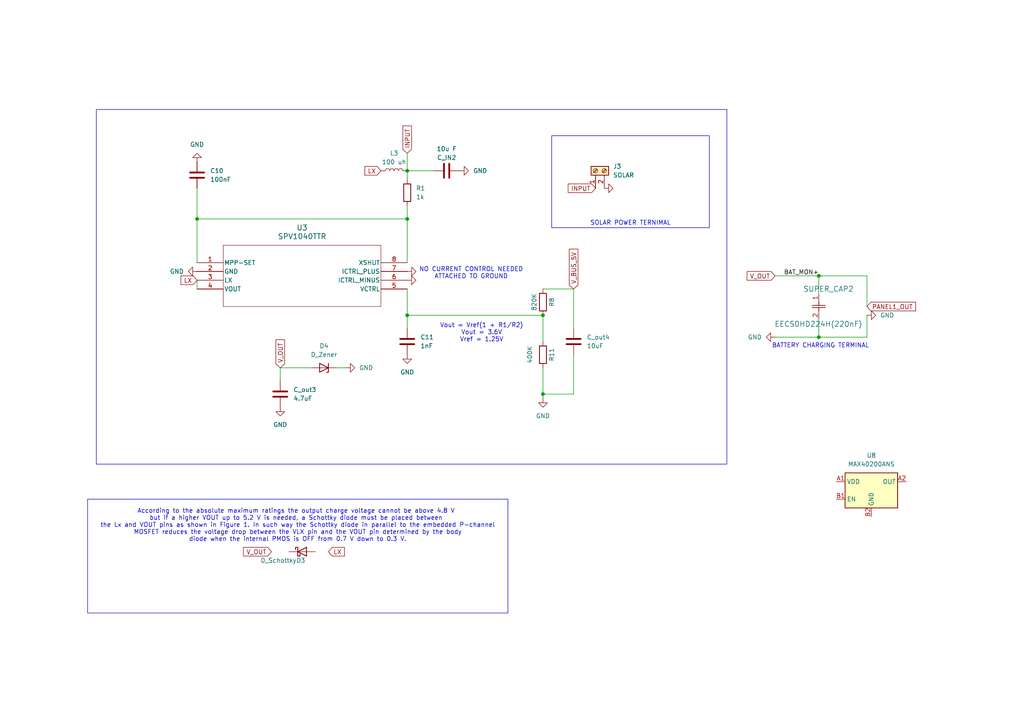
<source format=kicad_sch>
(kicad_sch (version 20231120) (generator "eeschema") (generator_version "8.0")
  (paper "A4")
  (lib_symbols
    (symbol "2024-06-07_14-27-39:SPV1040TTR" (pin_names (offset 0.254))
      (property "Reference" "U" (at 30.48 10.16 0))
      (property "Value" "SPV1040TTR" (at 30.48 7.62 0))
      (symbol "SPV1040TTR_0_1"
        (polyline (pts (xy 7.62 -12.7) (xy 53.34 -12.7)) (stroke (width 0.127)))
        (polyline (pts (xy 7.62 5.08) (xy 7.62 -12.7)) (stroke (width 0.127)))
        (polyline (pts (xy 53.34 -12.7) (xy 53.34 5.08)) (stroke (width 0.127)))
        (polyline (pts (xy 53.34 5.08) (xy 7.62 5.08)) (stroke (width 0.127)))
        (pin unspecified line (at 0 0 0) (length 7.62) (name "MPP-SET") (number "1"))
        (pin power_out line (at 0 -2.54 0) (length 7.62) (name "GND") (number "2"))
        (pin unspecified line (at 0 -5.08 0) (length 7.62) (name "LX") (number "3"))
        (pin output line (at 0 -7.62 0) (length 7.62) (name "VOUT") (number "4"))
        (pin unspecified line (at 60.96 -7.62 180) (length 7.62) (name "VCTRL") (number "5"))
        (pin unspecified line (at 60.96 -5.08 180) (length 7.62) (name "ICTRL_MINUS") (number "6"))
        (pin unspecified line (at 60.96 -2.54 180) (length 7.62) (name "ICTRL_PLUS") (number "7"))
        (pin unspecified line (at 60.96 0 180) (length 7.62) (name "XSHUT") (number "8"))
      )
    )
    (symbol "2024-06-08_06-57-05:super_capacitor" (pin_names (offset 0.254))
      (property "Reference" "SUPER_CAPACITOR" (at -1.27 10.16 90))
      (property "Value" "EECS0HD224H" (at 7.62 7.62 90))
      (symbol "super_capacitor_1_1"
        (polyline (pts (xy 2.54 0) (xy 3.4798 0)) (stroke (width 0.2032)))
        (polyline (pts (xy 3.4798 -1.905) (xy 3.4798 1.905)) (stroke (width 0.2032)))
        (polyline (pts (xy 4.1148 -1.905) (xy 4.1148 1.905)) (stroke (width 0.2032)))
        (polyline (pts (xy 4.1148 0) (xy 5.08 0)) (stroke (width 0.2032)))
        (pin passive line (at 0 0 0) (length 2.54) (name "") (number "1"))
        (pin passive line (at 7.62 0 180) (length 2.54) (name "") (number "2"))
      )
      (symbol "super_capacitor_1_2"
        (polyline (pts (xy -1.905 -4.1148) (xy 1.905 -4.1148)) (stroke (width 0.2032)))
        (polyline (pts (xy -1.905 -3.4798) (xy 1.905 -3.4798)) (stroke (width 0.2032)))
        (polyline (pts (xy 0 -4.1148) (xy 0 -5.08)) (stroke (width 0.2032)))
        (polyline (pts (xy 0 -2.54) (xy 0 -3.4798)) (stroke (width 0.2032)))
        (pin unspecified line (at 0 0 270) (length 2.54) (name "") (number "1"))
        (pin unspecified line (at 0 -7.62 90) (length 2.54) (name "") (number "2"))
      )
    )
    (symbol "Analog_Switch:MAX40200ANS"
      (property "Reference" "U" (at -6.35 6.35 0))
      (property "Value" "MAX40200ANS" (at 7.62 6.35 0))
      (symbol "MAX40200ANS_0_1"
        (rectangle (start -7.62 -5.08) (end 7.62 5.08) (stroke (width 0.254)) (fill (type background)))
      )
      (symbol "MAX40200ANS_1_1"
        (pin power_in line (at -10.16 2.54 0) (length 2.54) (name "VDD") (number "A1"))
        (pin passive line (at 10.16 2.54 180) (length 2.54) (name "OUT") (number "A2"))
        (pin input line (at -10.16 -2.54 0) (length 2.54) (name "EN") (number "B1"))
        (pin power_in line (at 0 -7.62 90) (length 2.54) (name "GND") (number "B2"))
      )
    )
    (symbol "Connector:Screw_Terminal_01x02" (pin_names (offset 1.016) hide)
      (property "Reference" "J" (at 0 2.54 0))
      (property "Value" "Screw_Terminal_01x02" (at 0 -5.08 0))
      (symbol "Screw_Terminal_01x02_1_1"
        (rectangle (start -1.27 1.27) (end 1.27 -3.81) (stroke (width 0.254)) (fill (type background)))
        (circle (center 0 -2.54) (radius 0.635) (stroke (width 0.1524)))
        (polyline (pts (xy -0.5334 -2.2098) (xy 0.3302 -3.048)) (stroke (width 0.1524)))
        (polyline (pts (xy -0.5334 0.3302) (xy 0.3302 -0.508)) (stroke (width 0.1524)))
        (polyline (pts (xy -0.3556 -2.032) (xy 0.508 -2.8702)) (stroke (width 0.1524)))
        (polyline (pts (xy -0.3556 0.508) (xy 0.508 -0.3302)) (stroke (width 0.1524)))
        (circle (center 0 0) (radius 0.635) (stroke (width 0.1524)))
        (pin passive line (at -5.08 0 0) (length 3.81) (name "Pin_1") (number "1"))
        (pin passive line (at -5.08 -2.54 0) (length 3.81) (name "Pin_2") (number "2"))
      )
    )
    (symbol "Device:C" (pin_numbers hide) (pin_names (offset 0.254))
      (property "Reference" "C" (at 0.635 2.54 0))
      (property "Value" "C" (at 0.635 -2.54 0))
      (symbol "C_0_1"
        (polyline (pts (xy -2.032 -0.762) (xy 2.032 -0.762)) (stroke (width 0.508)))
        (polyline (pts (xy -2.032 0.762) (xy 2.032 0.762)) (stroke (width 0.508)))
      )
      (symbol "C_1_1"
        (pin passive line (at 0 3.81 270) (length 2.794) (name "~") (number "1"))
        (pin passive line (at 0 -3.81 90) (length 2.794) (name "~") (number "2"))
      )
    )
    (symbol "Device:D_Schottky" (pin_numbers hide) (pin_names (offset 1.016) hide)
      (property "Reference" "D" (at 0 2.54 0))
      (property "Value" "D_Schottky" (at 0 -2.54 0))
      (symbol "D_Schottky_0_1"
        (polyline (pts (xy 1.27 0) (xy -1.27 0)))
        (polyline (pts (xy 1.27 1.27) (xy 1.27 -1.27) (xy -1.27 0) (xy 1.27 1.27)) (stroke (width 0.254)))
        (polyline (pts (xy -1.905 0.635) (xy -1.905 1.27) (xy -1.27 1.27) (xy -1.27 -1.27) (xy -0.635 -1.27) (xy -0.635 -0.635)) (stroke (width 0.254)))
      )
      (symbol "D_Schottky_1_1"
        (pin passive line (at -3.81 0 0) (length 2.54) (name "K") (number "1"))
        (pin passive line (at 3.81 0 180) (length 2.54) (name "A") (number "2"))
      )
    )
    (symbol "Device:D_Zener" (pin_numbers hide) (pin_names (offset 1.016) hide)
      (property "Reference" "D" (at 0 2.54 0))
      (property "Value" "D_Zener" (at 0 -2.54 0))
      (symbol "D_Zener_0_1"
        (polyline (pts (xy 1.27 0) (xy -1.27 0)))
        (polyline (pts (xy -1.27 -1.27) (xy -1.27 1.27) (xy -0.762 1.27)) (stroke (width 0.254)))
        (polyline (pts (xy 1.27 -1.27) (xy 1.27 1.27) (xy -1.27 0) (xy 1.27 -1.27)) (stroke (width 0.254)))
      )
      (symbol "D_Zener_1_1"
        (pin passive line (at -3.81 0 0) (length 2.54) (name "K") (number "1"))
        (pin passive line (at 3.81 0 180) (length 2.54) (name "A") (number "2"))
      )
    )
    (symbol "Device:L" (pin_numbers hide) (pin_names (offset 1.016) hide)
      (property "Reference" "L" (at -1.27 0 90))
      (property "Value" "L" (at 1.905 0 90))
      (symbol "L_0_1"
        (arc (start 0 -2.54) (mid 0.6323 -1.905) (end 0 -1.27))
        (arc (start 0 -1.27) (mid 0.6323 -0.635) (end 0 0))
        (arc (start 0 0) (mid 0.6323 0.635) (end 0 1.27))
        (arc (start 0 1.27) (mid 0.6323 1.905) (end 0 2.54))
      )
      (symbol "L_1_1"
        (pin passive line (at 0 3.81 270) (length 1.27) (name "1") (number "1"))
        (pin passive line (at 0 -3.81 90) (length 1.27) (name "2") (number "2"))
      )
    )
    (symbol "Device:R" (pin_numbers hide) (pin_names (offset 0))
      (property "Reference" "R" (at 2.032 0 90))
      (property "Value" "R" (at 0 0 90))
      (symbol "R_0_1"
        (rectangle (start -1.016 -2.54) (end 1.016 2.54) (stroke (width 0.254)))
      )
      (symbol "R_1_1"
        (pin passive line (at 0 3.81 270) (length 1.27) (name "~") (number "1"))
        (pin passive line (at 0 -3.81 90) (length 1.27) (name "~") (number "2"))
      )
    )
    (symbol "power:GND" (power) (pin_numbers hide) (pin_names (offset 0) hide)
      (property "Value" "GND" (at 0 -3.81 0))
      (symbol "GND_0_1"
        (polyline (pts (xy 0 0) (xy 0 -1.27) (xy 1.27 -1.27) (xy 0 -2.54) (xy -1.27 -1.27) (xy 0 -1.27)))
      )
      (symbol "GND_1_1"
        (pin power_in line (at 0 0 270) (length 0) (name "~") (number "1"))
      )
    )
  )
  (junction (at 57.15 63.5))
  (junction (at 157.48 114.3))
  (junction (at 118.11 91.44))
  (junction (at 118.11 49.53))
  (junction (at 237.49 97.79))
  (junction (at 157.48 91.44))
  (junction (at 237.49 80.01))
  (junction (at 118.11 63.5))
  (wire (pts (xy 224.79 97.79) (xy 237.49 97.79)))
  (wire (pts (xy 157.48 114.3) (xy 166.37 114.3)))
  (wire (pts (xy 157.48 106.68) (xy 157.48 114.3)))
  (wire (pts (xy 157.48 91.44) (xy 157.48 99.06)))
  (wire (pts (xy 251.46 91.44) (xy 251.46 97.79)))
  (wire (pts (xy 57.15 81.28) (xy 57.15 83.82)))
  (wire (pts (xy 237.49 80.01) (xy 251.46 80.01)))
  (wire (pts (xy 166.37 102.87) (xy 166.37 114.3)))
  (wire (pts (xy 118.11 63.5) (xy 118.11 76.2)))
  (polyline (pts (xy 160.02 39.37) (xy 160.02 66.04)))
  (wire (pts (xy 224.79 80.01) (xy 237.49 80.01)))
  (wire (pts (xy 166.37 83.82) (xy 166.37 95.25)))
  (wire (pts (xy 57.15 63.5) (xy 57.15 76.2)))
  (wire (pts (xy 97.79 106.68) (xy 100.33 106.68)))
  (polyline (pts (xy 205.74 66.04) (xy 205.74 39.37)))
  (wire (pts (xy 118.11 59.69) (xy 118.11 63.5)))
  (wire (pts (xy 118.11 49.53) (xy 118.11 52.07)))
  (wire (pts (xy 81.28 106.68) (xy 90.17 106.68)))
  (polyline (pts (xy 160.02 66.04) (xy 205.74 66.04)))
  (wire (pts (xy 57.15 54.61) (xy 57.15 63.5)))
  (wire (pts (xy 81.28 106.68) (xy 81.28 110.49)))
  (wire (pts (xy 118.11 83.82) (xy 118.11 91.44)))
  (wire (pts (xy 237.49 85.09) (xy 237.49 80.01)))
  (wire (pts (xy 118.11 91.44) (xy 157.48 91.44)))
  (wire (pts (xy 118.11 49.53) (xy 125.73 49.53)))
  (wire (pts (xy 118.11 44.45) (xy 118.11 49.53)))
  (wire (pts (xy 251.46 80.01) (xy 251.46 88.9)))
  (wire (pts (xy 118.11 91.44) (xy 118.11 95.25)))
  (polyline (pts (xy 160.02 39.37) (xy 205.74 39.37)))
  (wire (pts (xy 157.48 114.3) (xy 157.48 115.57)))
  (wire (pts (xy 118.11 63.5) (xy 57.15 63.5)))
  (wire (pts (xy 157.48 83.82) (xy 166.37 83.82)))
  (wire (pts (xy 237.49 97.79) (xy 251.46 97.79)))
  (wire (pts (xy 237.49 92.71) (xy 237.49 97.79)))
  (rectangle (start 27.94 31.75) (end 210.82 134.62))
  (rectangle (start 25.4 144.78) (end 147.32 177.8))
  (text "NO CURRENT CONTROL NEEDED\nATTACHED TO GROUND\n" (at 136.652 79.248 0) (effects (font (size 1.27 1.27))))
  (text "SOLAR POWER TERNIMAL\n" (at 182.88 64.77 0) (effects (font (size 1.27 1.27))))
  (text "Vout = Vref(1 + R1/R2)\nVout = 3.6V\nVref = 1.25V" (at 139.7 96.52 0) (effects (font (size 1.27 1.27))))
  (text "BATTERY CHARGING TERMINAL\n" (at 237.998 100.33 0) (effects (font (size 1.27 1.27))))
  (text "According to the absolute maximum ratings the output charge voltage cannot be above 4.8 V \nbut if a higher VOUT up to 5.2 V is needed, a Schottky diode must be placed between \nthe Lx and VOUT pins as shown in Figure 1. In such way the Schottky diode in parallel to the embedded P-channel\n MOSFET reduces the voltage drop between the VLX pin and the VOUT pin determined by the body \ndiode when the internal PMOS is OFF from 0.7 V down to 0.3 V." (at 86.36 152.4 0) (effects (font (size 1.27 1.27))))
  (label "BAT_MON+" (at 227.33 80.01 0))
  (global_label "LX" (shape input) (at 110.49 49.53 180) (property "Intersheetrefs" "${INTERSHEET_REFS}" (effects (hide yes))))
  (global_label "INPUT" (shape input) (at 172.72 54.61 180) (property "Intersheetrefs" "${INTERSHEET_REFS}" (effects (hide yes))))
  (global_label "INPUT" (shape input) (at 118.11 44.45 90) (property "Intersheetrefs" "${INTERSHEET_REFS}" (effects (hide yes))))
  (global_label "V_OUT" (shape input) (at 224.79 80.01 180) (property "Intersheetrefs" "${INTERSHEET_REFS}" (effects (hide yes))))
  (global_label "V_OUT" (shape input) (at 78.74 160.02 180) (property "Intersheetrefs" "${INTERSHEET_REFS}" (effects (hide yes))))
  (global_label "LX" (shape input) (at 95.25 160.02 0) (property "Intersheetrefs" "${INTERSHEET_REFS}" (effects (hide yes))))
  (global_label "V_OUT" (shape input) (at 81.28 106.68 90) (property "Intersheetrefs" "${INTERSHEET_REFS}" (effects (hide yes))))
  (global_label "V_BUS_5V" (shape input) (at 166.37 83.82 90) (property "Intersheetrefs" "${INTERSHEET_REFS}" (effects (hide yes))))
  (global_label "PANEL1_OUT" (shape input) (at 251.46 88.9 0) (property "Intersheetrefs" "${INTERSHEET_REFS}" (effects (hide yes))))
  (global_label "LX" (shape input) (at 57.15 81.28 180) (property "Intersheetrefs" "${INTERSHEET_REFS}" (effects (hide yes))))
  (symbol (lib_id "Device:D_Schottky") (at 87.63 160.02 0) (unit 1)
    (property "Reference" "D3" (at 88.5826 162.56 0) (effects (justify right)))
    (property "Value" "D_Schottky" (at 86.0426 162.56 0) (effects (justify right)))
    (property "Description" "Schottky diode" (effects (hide yes)))
  )
  (symbol (lib_id "Device:R") (at 157.48 87.63 180) (unit 1)
    (property "Reference" "R8" (at 160.02 87.63 90))
    (property "Value" "820K" (at 154.94 87.63 90))
    (property "Footprint" "Resistor_SMD:R_0603_1608Metric" (effects (hide yes)))
    (property "Description" "Resistor" (effects (hide yes)))
  )
  (symbol (lib_id "power:GND") (at 81.28 118.11 0) (unit 1)
    (property "Reference" "#PWR021" (effects (hide yes)))
    (property "Value" "GND" (at 81.28 123.19 0))
    (property "Description" "Power symbol creates a global label with name \"GND\" , ground" (effects (hide yes)))
  )
  (symbol (lib_id "power:GND") (at 133.35 49.53 90) (unit 1)
    (property "Reference" "#PWR026" (effects (hide yes)))
    (property "Value" "GND" (at 137.2233 49.5299 90) (effects (justify right)))
    (property "Description" "Power symbol creates a global label with name \"GND\" , ground" (effects (hide yes)))
  )
  (symbol (lib_id "power:GND") (at 224.79 97.79 270) (unit 1)
    (property "Reference" "#PWR029" (effects (hide yes)))
    (property "Value" "GND" (at 220.98 97.7899 90) (effects (justify right)))
    (property "Description" "Power symbol creates a global label with name \"GND\" , ground" (effects (hide yes)))
  )
  (symbol (lib_id "Device:L") (at 114.3 49.53 90) (unit 1)
    (property "Reference" "L3" (at 114.3 44.45 90))
    (property "Value" "100 uh" (at 114.3 46.99 90))
    (property "Footprint" "Inductor_SMD:L_Coilcraft_XAL6060-XXX" (effects (hide yes)))
    (property "Description" "Inductor" (effects (hide yes)))
  )
  (symbol (lib_id "Device:C") (at 81.28 114.3 180) (unit 1)
    (property "Reference" "C_out3" (at 85.09 113.0299 0) (effects (justify right)))
    (property "Value" "4.7uF" (at 85.09 115.5699 0) (effects (justify right)))
    (property "Footprint" "Capacitor_SMD:C_0603_1608Metric" (effects (hide yes)))
    (property "Description" "Unpolarized capacitor" (effects (hide yes)))
  )
  (symbol (lib_id "Analog_Switch:MAX40200ANS") (at 252.73 142.24 0) (unit 1)
    (property "Reference" "U8" (at 252.73 132.08 0))
    (property "Value" "MAX40200ANS" (at 252.73 134.62 0))
    (property "Footprint" "Package_TO_SOT_SMD:SOT-23-5" (effects (hide yes)))
    (property "Datasheet" "https://datasheets.maximintegrated.com/en/ds/MAX40200.pdf" (effects (hide yes)))
    (property "Description" "Ideal Diode, Ultra-Low Voltage Drop, 1.5-5.5V, 1A, WLP-4" (effects (hide yes)))
  )
  (symbol (lib_id "Device:C") (at 57.15 50.8 0) (unit 1)
    (property "Reference" "C10" (at 60.96 49.5299 0) (effects (justify left)))
    (property "Value" "100nF" (at 60.96 52.0699 0) (effects (justify left)))
    (property "Footprint" "Capacitor_SMD:C_0603_1608Metric" (effects (hide yes)))
    (property "Description" "Unpolarized capacitor" (effects (hide yes)))
  )
  (symbol (lib_id "Device:R") (at 157.48 102.87 180) (unit 1)
    (property "Reference" "R11" (at 160.02 102.87 90))
    (property "Value" "400K" (at 153.67 102.87 90))
    (property "Footprint" "Resistor_SMD:R_0603_1608Metric" (effects (hide yes)))
    (property "Description" "Resistor" (effects (hide yes)))
  )
  (symbol (lib_id "power:GND") (at 175.26 54.61 90) (unit 1)
    (property "Reference" "#PWR028" (effects (hide yes)))
    (property "Value" "GND" (effects (hide yes)))
    (property "Description" "Power symbol creates a global label with name \"GND\" , ground" (effects (hide yes)))
  )
  (symbol (lib_id "2024-06-08_06-57-05:super_capacitor") (at 237.49 85.09 270) (unit 1)
    (property "Reference" "SUPER_CAP2" (at 247.65 83.82 90) (effects (font (size 1.524 1.524)) (justify right)))
    (property "Value" "EECS0HD224H(220nF)" (at 250.19 93.98 90) (effects (font (size 1.524 1.524)) (justify right)))
    (property "Footprint" "SPV1040T:CAP_EECS0_H_PAN" (effects (hide yes)))
    (property "Datasheet" "EECS0HD224H" (effects (hide yes)))
  )
  (symbol (lib_id "power:GND") (at 57.15 46.99 180) (unit 1)
    (property "Reference" "#PWR019" (effects (hide yes)))
    (property "Value" "GND" (at 57.15 41.91 0))
    (property "Description" "Power symbol creates a global label with name \"GND\" , ground" (effects (hide yes)))
  )
  (symbol (lib_id "power:GND") (at 57.15 78.74 270) (unit 1)
    (property "Reference" "#PWR020" (effects (hide yes)))
    (property "Value" "GND" (at 53.34 78.7399 90) (effects (justify right)))
    (property "Description" "Power symbol creates a global label with name \"GND\" , ground" (effects (hide yes)))
  )
  (symbol (lib_id "power:GND") (at 251.46 91.44 90) (unit 1)
    (property "Reference" "#PWR030" (effects (hide yes)))
    (property "Value" "GND" (at 255.27 91.4399 90) (effects (justify right)))
    (property "Description" "Power symbol creates a global label with name \"GND\" , ground" (effects (hide yes)))
  )
  (symbol (lib_id "power:GND") (at 118.11 81.28 90) (unit 1)
    (property "Reference" "#PWR024" (effects (hide yes)))
    (property "Value" "GND" (effects (hide yes)))
    (property "Description" "Power symbol creates a global label with name \"GND\" , ground" (effects (hide yes)))
  )
  (symbol (lib_id "2024-06-07_14-27-39:SPV1040TTR") (at 57.15 76.2 0) (unit 1)
    (property "Reference" "U3" (at 87.63 66.04 0) (effects (font (size 1.524 1.524))))
    (property "Value" "SPV1040TTR" (at 87.63 68.58 0) (effects (font (size 1.524 1.524))))
    (property "Footprint" "SPV1040:SOP65P640X120-8N" (effects (hide yes)))
    (property "Datasheet" "SPV1040TTR" (effects (hide yes)))
  )
  (symbol (lib_id "power:GND") (at 100.33 106.68 90) (unit 1)
    (property "Reference" "#PWR022" (effects (hide yes)))
    (property "Value" "GND" (at 104.14 106.6799 90) (effects (justify right)))
    (property "Description" "Power symbol creates a global label with name \"GND\" , ground" (effects (hide yes)))
  )
  (symbol (lib_id "power:GND") (at 118.11 102.87 0) (unit 1)
    (property "Reference" "#PWR025" (effects (hide yes)))
    (property "Value" "GND" (at 118.11 107.95 0))
    (property "Description" "Power symbol creates a global label with name \"GND\" , ground" (effects (hide yes)))
  )
  (symbol (lib_id "Device:C") (at 118.11 99.06 0) (unit 1)
    (property "Reference" "C11" (at 121.92 97.7899 0) (effects (justify left)))
    (property "Value" "1nF" (at 121.92 100.3299 0) (effects (justify left)))
    (property "Footprint" "Capacitor_SMD:C_0603_1608Metric" (effects (hide yes)))
    (property "Description" "Unpolarized capacitor" (effects (hide yes)))
  )
  (symbol (lib_id "Connector:Screw_Terminal_01x02") (at 172.72 49.53 90) (unit 1)
    (property "Reference" "J3" (at 177.8 48.2599 90) (effects (justify right)))
    (property "Value" "SOLAR" (at 177.8 50.7999 90) (effects (justify right)))
    (property "Footprint" "TerminalBlock_Phoenix:TerminalBlock_Phoenix_PT-1,5-2-5.0-H_1x02_P5.00mm_Horizontal" (effects (hide yes)))
    (property "Description" "Generic screw terminal, single row, 01x02, script generated (kicad-library-utils/schlib/autogen/connector/)" (effects (hide yes)))
  )
  (symbol (lib_id "power:GND") (at 157.48 115.57 0) (unit 1)
    (property "Reference" "#PWR027" (effects (hide yes)))
    (property "Value" "GND" (at 157.48 120.65 0))
    (property "Description" "Power symbol creates a global label with name \"GND\" , ground" (effects (hide yes)))
  )
  (symbol (lib_id "Device:R") (at 118.11 55.88 0) (unit 1)
    (property "Reference" "R1" (at 120.65 54.6099 0) (effects (justify left)))
    (property "Value" "1k" (at 120.65 57.1499 0) (effects (justify left)))
    (property "Footprint" "Resistor_SMD:R_0603_1608Metric" (effects (hide yes)))
    (property "Description" "Resistor" (effects (hide yes)))
  )
  (symbol (lib_id "power:GND") (at 118.11 78.74 90) (unit 1)
    (property "Reference" "#PWR023" (effects (hide yes)))
    (property "Value" "GND" (effects (hide yes)))
    (property "Description" "Power symbol creates a global label with name \"GND\" , ground" (effects (hide yes)))
  )
  (symbol (lib_id "Device:C") (at 166.37 99.06 0) (unit 1)
    (property "Reference" "C_out4" (at 170.18 97.7899 0) (effects (justify left)))
    (property "Value" "10uF" (at 170.18 100.3299 0) (effects (justify left)))
    (property "Footprint" "Capacitor_SMD:C_0603_1608Metric" (effects (hide yes)))
    (property "Description" "Unpolarized capacitor" (effects (hide yes)))
  )
  (symbol (lib_id "Device:D_Zener") (at 93.98 106.68 180) (unit 1)
    (property "Reference" "D4" (at 93.98 100.33 0))
    (property "Value" "D_Zener" (at 93.98 102.87 0))
    (property "Footprint" "Diode_SMD:D_1210_3225Metric" (effects (hide yes)))
    (property "Description" "Zener diode" (effects (hide yes)))
  )
  (symbol (lib_id "Device:C") (at 129.54 49.53 90) (unit 1)
    (property "Reference" "C_IN2" (at 129.54 45.72 90))
    (property "Value" "10u F" (at 129.54 43.18 90))
    (property "Footprint" "Capacitor_SMD:C_0603_1608Metric" (effects (hide yes)))
    (property "Description" "Unpolarized capacitor" (effects (hide yes)))
  )
)
</source>
